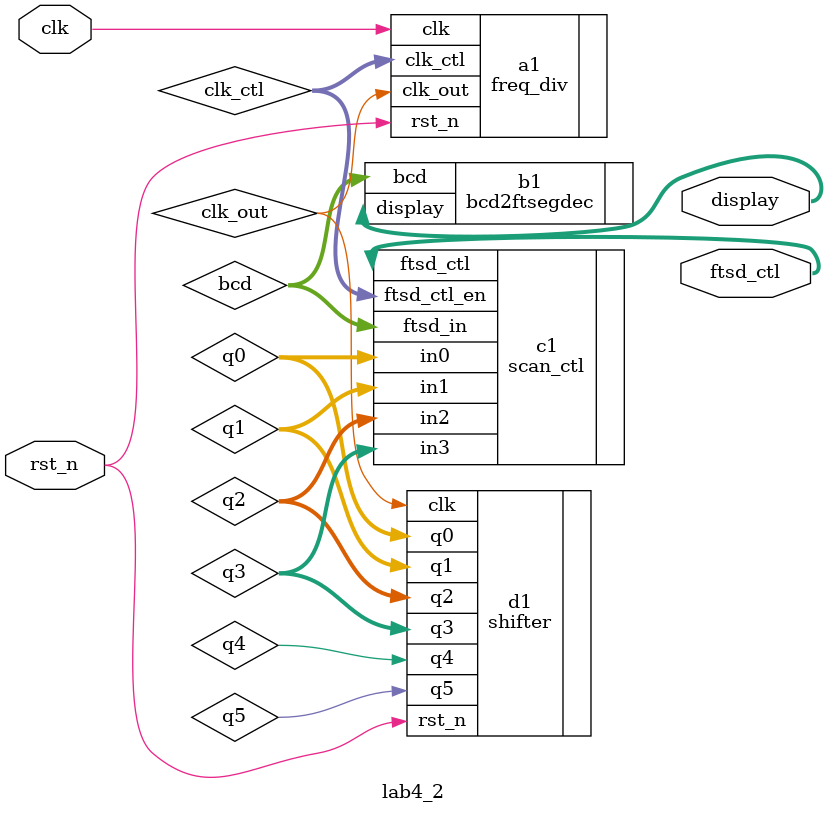
<source format=v>
`timescale 1ns / 1ps
module lab4_2(
	input clk,rst_n,
	output [14:0]display,
	output [3:0]ftsd_ctl
    );
	 
wire clk_out;
wire [1:0]clk_ctl;
wire rst_n;
wire [3:0]bcd;
wire [3:0]q0;
wire [3:0]q1;
wire [3:0]q2;
wire [3:0]q3;
	 
freq_div a1(
.clk_out(clk_out), // divided clock output
.clk_ctl(clk_ctl), // divided clock output for scan freq
.clk(clk), // global clock input
.rst_n(rst_n) // active low reset
);

bcd2ftsegdec b1(
.display(display), // 14-segment display output
.bcd(bcd) // BCD input
);

scan_ctl c1(
.ftsd_ctl(ftsd_ctl), // ftsd display control signal 
.ftsd_in(bcd), // output to ftsd display
.in0(q0), // 1st input
.in1(q1), // 2nd input
.in2(q2), // 3rd input
.in3(q3), // 4th input
.ftsd_ctl_en(clk_ctl) // divided clock for scan control
);

shifter d1(
.q0(q0), // shifter output
.q1(q1),
.q2(q2),
.q3(q3),
.q4(q4),
.q5(q5),
.clk(clk_out), // global clock
.rst_n(rst_n) // active low reset
);

endmodule

</source>
